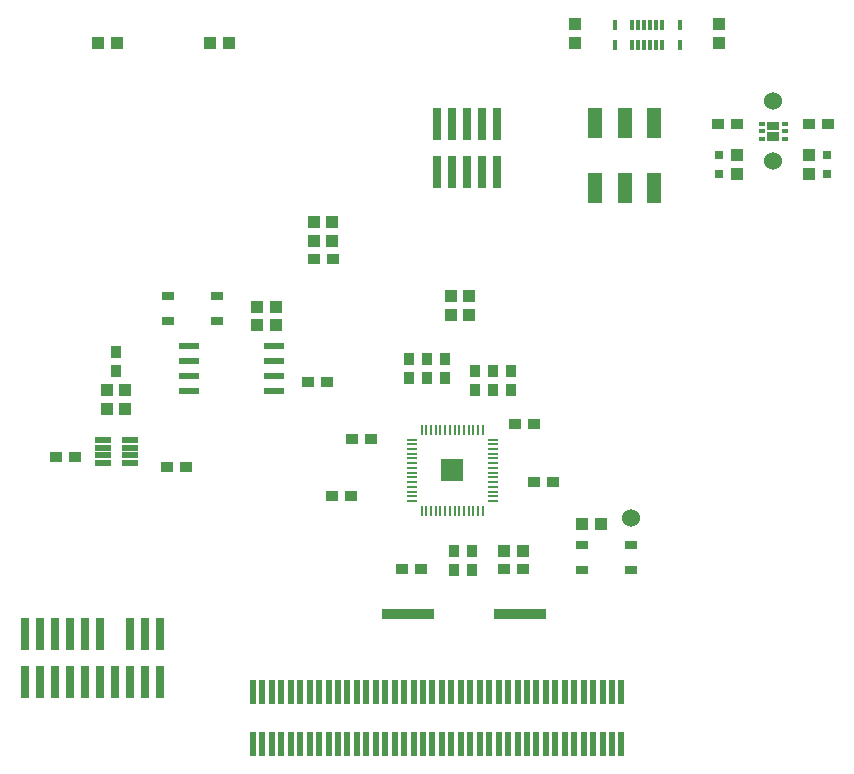
<source format=gtp>
G04*
G04 #@! TF.GenerationSoftware,Altium Limited,Altium Designer,24.0.1 (36)*
G04*
G04 Layer_Color=8421504*
%FSLAX44Y44*%
%MOMM*%
G71*
G04*
G04 #@! TF.SameCoordinates,4C79C2C8-5DE3-4804-94A9-F395A3FC2A11*
G04*
G04*
G04 #@! TF.FilePolarity,Positive*
G04*
G01*
G75*
%ADD14R,0.5000X2.0000*%
%ADD15R,1.0500X1.0000*%
G04:AMPARAMS|DCode=16|XSize=0.45mm|YSize=0.3mm|CornerRadius=0.0075mm|HoleSize=0mm|Usage=FLASHONLY|Rotation=0.000|XOffset=0mm|YOffset=0mm|HoleType=Round|Shape=RoundedRectangle|*
%AMROUNDEDRECTD16*
21,1,0.4500,0.2850,0,0,0.0*
21,1,0.4350,0.3000,0,0,0.0*
1,1,0.0150,0.2175,-0.1425*
1,1,0.0150,-0.2175,-0.1425*
1,1,0.0150,-0.2175,0.1425*
1,1,0.0150,0.2175,0.1425*
%
%ADD16ROUNDEDRECTD16*%
%ADD17R,1.2000X2.5000*%
%ADD18R,1.0000X0.9500*%
%ADD19R,1.0000X1.0500*%
%ADD20R,0.8000X0.8000*%
%ADD21R,0.3000X0.8700*%
%ADD22R,0.9500X1.0000*%
%ADD23R,1.0500X0.6500*%
%ADD24R,0.6500X2.7600*%
%ADD25R,4.4480X0.9682*%
G04:AMPARAMS|DCode=26|XSize=1.61mm|YSize=0.58mm|CornerRadius=0.0725mm|HoleSize=0mm|Usage=FLASHONLY|Rotation=0.000|XOffset=0mm|YOffset=0mm|HoleType=Round|Shape=RoundedRectangle|*
%AMROUNDEDRECTD26*
21,1,1.6100,0.4350,0,0,0.0*
21,1,1.4650,0.5800,0,0,0.0*
1,1,0.1450,0.7325,-0.2175*
1,1,0.1450,-0.7325,-0.2175*
1,1,0.1450,-0.7325,0.2175*
1,1,0.1450,0.7325,0.2175*
%
%ADD26ROUNDEDRECTD26*%
G04:AMPARAMS|DCode=27|XSize=1.37mm|YSize=0.48mm|CornerRadius=0.024mm|HoleSize=0mm|Usage=FLASHONLY|Rotation=0.000|XOffset=0mm|YOffset=0mm|HoleType=Round|Shape=RoundedRectangle|*
%AMROUNDEDRECTD27*
21,1,1.3700,0.4320,0,0,0.0*
21,1,1.3220,0.4800,0,0,0.0*
1,1,0.0480,0.6610,-0.2160*
1,1,0.0480,-0.6610,-0.2160*
1,1,0.0480,-0.6610,0.2160*
1,1,0.0480,0.6610,0.2160*
%
%ADD27ROUNDEDRECTD27*%
G04:AMPARAMS|DCode=28|XSize=0.84mm|YSize=0.2mm|CornerRadius=0.025mm|HoleSize=0mm|Usage=FLASHONLY|Rotation=0.000|XOffset=0mm|YOffset=0mm|HoleType=Round|Shape=RoundedRectangle|*
%AMROUNDEDRECTD28*
21,1,0.8400,0.1500,0,0,0.0*
21,1,0.7900,0.2000,0,0,0.0*
1,1,0.0500,0.3950,-0.0750*
1,1,0.0500,-0.3950,-0.0750*
1,1,0.0500,-0.3950,0.0750*
1,1,0.0500,0.3950,0.0750*
%
%ADD28ROUNDEDRECTD28*%
%ADD29R,0.7400X2.7900*%
%ADD30C,1.5240*%
G04:AMPARAMS|DCode=31|XSize=0.2mm|YSize=0.84mm|CornerRadius=0.025mm|HoleSize=0mm|Usage=FLASHONLY|Rotation=0.000|XOffset=0mm|YOffset=0mm|HoleType=Round|Shape=RoundedRectangle|*
%AMROUNDEDRECTD31*
21,1,0.2000,0.7900,0,0,0.0*
21,1,0.1500,0.8400,0,0,0.0*
1,1,0.0500,0.0750,-0.3950*
1,1,0.0500,-0.0750,-0.3950*
1,1,0.0500,-0.0750,0.3950*
1,1,0.0500,0.0750,0.3950*
%
%ADD31ROUNDEDRECTD31*%
%ADD32R,1.9600X1.9600*%
G36*
X619680Y539370D02*
X609680D01*
Y546370D01*
X619680D01*
Y539370D01*
D02*
G37*
G36*
Y548370D02*
X609680D01*
Y555370D01*
X619680D01*
Y548370D01*
D02*
G37*
D14*
X174200Y72800D02*
D03*
Y28800D02*
D03*
X182200Y72800D02*
D03*
Y28800D02*
D03*
X190200Y72800D02*
D03*
Y28800D02*
D03*
X198200Y72800D02*
D03*
Y28800D02*
D03*
X206200Y72800D02*
D03*
Y28800D02*
D03*
X214200Y72800D02*
D03*
Y28800D02*
D03*
X222200Y72800D02*
D03*
Y28800D02*
D03*
X230200Y72800D02*
D03*
Y28800D02*
D03*
X238200Y72800D02*
D03*
Y28800D02*
D03*
X246200Y72800D02*
D03*
Y28800D02*
D03*
X254200Y72800D02*
D03*
Y28800D02*
D03*
X262200Y72800D02*
D03*
Y28800D02*
D03*
X270200Y72800D02*
D03*
Y28800D02*
D03*
X278200Y72800D02*
D03*
Y28800D02*
D03*
X286200Y72800D02*
D03*
Y28800D02*
D03*
X294200Y72800D02*
D03*
Y28800D02*
D03*
X302200Y72800D02*
D03*
Y28800D02*
D03*
X310200Y72800D02*
D03*
Y28800D02*
D03*
X318200Y72800D02*
D03*
Y28800D02*
D03*
X326200Y72800D02*
D03*
Y28800D02*
D03*
X334200Y72800D02*
D03*
Y28800D02*
D03*
X342200Y72800D02*
D03*
Y28800D02*
D03*
X350200Y72800D02*
D03*
Y28800D02*
D03*
X358200Y72800D02*
D03*
Y28800D02*
D03*
X366200Y72800D02*
D03*
Y28800D02*
D03*
X374200Y72800D02*
D03*
Y28800D02*
D03*
X382200Y72800D02*
D03*
Y28800D02*
D03*
X390200Y72800D02*
D03*
Y28800D02*
D03*
X398200Y72800D02*
D03*
Y28800D02*
D03*
X406200Y72800D02*
D03*
Y28800D02*
D03*
X414200Y72800D02*
D03*
Y28800D02*
D03*
X422200Y72800D02*
D03*
Y28800D02*
D03*
X430200Y72800D02*
D03*
Y28800D02*
D03*
X438200Y72800D02*
D03*
Y28800D02*
D03*
X446200Y72800D02*
D03*
Y28800D02*
D03*
X454200Y72800D02*
D03*
Y28800D02*
D03*
X462200Y72800D02*
D03*
Y28800D02*
D03*
X470200Y72800D02*
D03*
Y28800D02*
D03*
X478200Y72800D02*
D03*
Y28800D02*
D03*
X486200Y72800D02*
D03*
Y28800D02*
D03*
D15*
X154050Y622300D02*
D03*
X138050D02*
D03*
X58800D02*
D03*
X42800D02*
D03*
X453010Y214630D02*
D03*
X469010D02*
D03*
X386970Y191770D02*
D03*
X402970D02*
D03*
X177420Y398780D02*
D03*
X193420D02*
D03*
X177420Y383540D02*
D03*
X193420D02*
D03*
D16*
X624430Y553870D02*
D03*
Y547370D02*
D03*
Y540870D02*
D03*
X604930D02*
D03*
Y547370D02*
D03*
Y553870D02*
D03*
D17*
X463950Y499550D02*
D03*
X488950D02*
D03*
X513950D02*
D03*
X463950Y554550D02*
D03*
X488950D02*
D03*
X513950D02*
D03*
D18*
X584200Y553720D02*
D03*
X568200D02*
D03*
X645160D02*
D03*
X661160D02*
D03*
X274320Y287020D02*
D03*
X258320D02*
D03*
X256920Y238760D02*
D03*
X240920D02*
D03*
X402970Y176530D02*
D03*
X386970D02*
D03*
X225680Y439420D02*
D03*
X241680D02*
D03*
X300610Y176530D02*
D03*
X316610D02*
D03*
X412370Y250190D02*
D03*
X428370D02*
D03*
X396240Y299720D02*
D03*
X412240D02*
D03*
X220600Y335280D02*
D03*
X236600D02*
D03*
X101150Y263450D02*
D03*
X117150D02*
D03*
X23240Y271780D02*
D03*
X7240D02*
D03*
D19*
X645160Y527430D02*
D03*
Y511430D02*
D03*
X584200Y527430D02*
D03*
Y511430D02*
D03*
X447040Y637920D02*
D03*
Y621920D02*
D03*
X568960Y621920D02*
D03*
Y637920D02*
D03*
X226060Y454280D02*
D03*
Y470280D02*
D03*
X241300Y470280D02*
D03*
Y454280D02*
D03*
X356870Y392050D02*
D03*
Y408050D02*
D03*
X341630Y392050D02*
D03*
Y408050D02*
D03*
X50800Y328040D02*
D03*
Y312040D02*
D03*
X66040Y312040D02*
D03*
X66040Y328040D02*
D03*
D20*
X660400Y527680D02*
D03*
Y511180D02*
D03*
X568960Y527680D02*
D03*
Y511180D02*
D03*
D21*
X520500Y620000D02*
D03*
X515500D02*
D03*
X495500D02*
D03*
X500500D02*
D03*
X510500D02*
D03*
X505500D02*
D03*
X535500D02*
D03*
X480500D02*
D03*
X520500Y637300D02*
D03*
X515500D02*
D03*
X495500D02*
D03*
X500500D02*
D03*
X510500D02*
D03*
X505500D02*
D03*
X535500D02*
D03*
X480500D02*
D03*
D22*
X359410Y192150D02*
D03*
Y176150D02*
D03*
X344170Y192150D02*
D03*
Y176150D02*
D03*
X392430Y328550D02*
D03*
Y344550D02*
D03*
X361950Y328550D02*
D03*
Y344550D02*
D03*
X377190Y328550D02*
D03*
Y344550D02*
D03*
X336550Y338710D02*
D03*
Y354710D02*
D03*
X321310Y338710D02*
D03*
Y354710D02*
D03*
X306070Y338710D02*
D03*
Y354710D02*
D03*
X58350Y344350D02*
D03*
Y360350D02*
D03*
D23*
X494460Y175940D02*
D03*
X452960D02*
D03*
X494460Y197440D02*
D03*
X452960D02*
D03*
X102440Y408260D02*
D03*
X143940D02*
D03*
X102440Y386760D02*
D03*
X143940D02*
D03*
D24*
X355600Y513200D02*
D03*
X368300D02*
D03*
X381000D02*
D03*
X342900D02*
D03*
X330200D02*
D03*
X355600Y553600D02*
D03*
X368300D02*
D03*
X381000D02*
D03*
X342900D02*
D03*
X330200D02*
D03*
D25*
X305054Y138430D02*
D03*
X400050D02*
D03*
D26*
X120160Y365760D02*
D03*
Y353060D02*
D03*
Y340360D02*
D03*
Y327660D02*
D03*
X192260D02*
D03*
Y340360D02*
D03*
Y353060D02*
D03*
Y365760D02*
D03*
D27*
X46850Y285900D02*
D03*
Y279400D02*
D03*
Y272900D02*
D03*
Y266400D02*
D03*
X69850D02*
D03*
Y272900D02*
D03*
Y279400D02*
D03*
Y285900D02*
D03*
D28*
X308550Y282350D02*
D03*
Y278350D02*
D03*
Y286350D02*
D03*
Y274350D02*
D03*
Y270350D02*
D03*
Y266350D02*
D03*
Y262350D02*
D03*
Y258350D02*
D03*
Y254350D02*
D03*
Y250350D02*
D03*
Y246350D02*
D03*
Y242350D02*
D03*
Y238350D02*
D03*
Y234350D02*
D03*
X377250D02*
D03*
Y238350D02*
D03*
Y242350D02*
D03*
Y246350D02*
D03*
Y250350D02*
D03*
Y254350D02*
D03*
Y258350D02*
D03*
Y262350D02*
D03*
Y266350D02*
D03*
Y270350D02*
D03*
Y274350D02*
D03*
Y278350D02*
D03*
Y282350D02*
D03*
Y286350D02*
D03*
D29*
X95250Y121950D02*
D03*
Y81250D02*
D03*
X82550Y121950D02*
D03*
Y81250D02*
D03*
X69850Y121950D02*
D03*
Y81250D02*
D03*
X57150D02*
D03*
X44450Y121950D02*
D03*
Y81250D02*
D03*
X31750Y121950D02*
D03*
Y81250D02*
D03*
X19050Y121950D02*
D03*
Y81250D02*
D03*
X6350Y121950D02*
D03*
Y81250D02*
D03*
X-6350Y121950D02*
D03*
Y81250D02*
D03*
X-19050Y121950D02*
D03*
Y81250D02*
D03*
D30*
X614680Y521970D02*
D03*
Y572770D02*
D03*
X494030Y219710D02*
D03*
D31*
X316900Y226000D02*
D03*
X320900D02*
D03*
X324900D02*
D03*
X328900D02*
D03*
X332900D02*
D03*
X336900D02*
D03*
X340900D02*
D03*
X344900D02*
D03*
X348900D02*
D03*
X352900D02*
D03*
X356900D02*
D03*
X360900D02*
D03*
X364900D02*
D03*
X368900D02*
D03*
Y294700D02*
D03*
X364900D02*
D03*
X360900D02*
D03*
X356900D02*
D03*
X352900D02*
D03*
X348900D02*
D03*
X344900D02*
D03*
X340900D02*
D03*
X336900D02*
D03*
X332900D02*
D03*
X328900D02*
D03*
X324900D02*
D03*
X320900D02*
D03*
X316900D02*
D03*
D32*
X342900Y260350D02*
D03*
M02*

</source>
